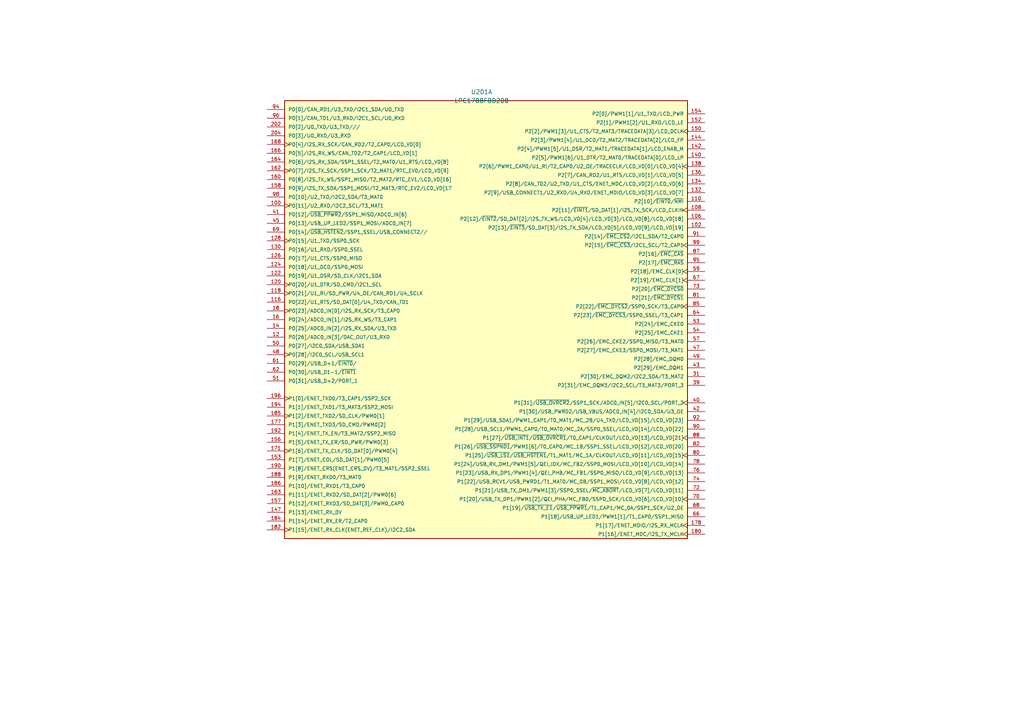
<source format=kicad_sch>
(kicad_sch (version 20231120) (generator "eeschema") (generator_version "8.0")
  (paper "A4")
  (lib_symbols
    (symbol "_MCU_NXP_LPC:LPC1788FBD208" (pin_names (offset 1.016))
      (property "Reference" "U" (at -31.8612 64.8509 0))
      (property "Value" "LPC1788FBD208" (at -31.8793 -62.3318 0))
      (symbol "LPC1788FBD208_1_0"
        (rectangle (start -57.15 62.23) (end 59.69 -64.77) (stroke (width 0.254)) (fill (type background)))
        (pin bidirectional clock (at -62.23 31.75 0) (length 5.08) (name "P0[11]/U2_RXD/I2C2_SCL/T3_MAT1") (number "100"))
        (pin bidirectional line (at 64.77 25.4 180) (length 5.08) (name "P2[13]/~{EINT3}/SD_DAT[3]/I2S_TX_SDA/LCD_VD[5]/LCD_VD[9]/LCD_VD[19]") (number "102"))
        (pin bidirectional line (at 64.77 27.94 180) (length 5.08) (name "P2[12]/~{EINT2}/SD_DAT[2]/I2S_TX_WS/LCD_VD[4]/LCD_VD[3]/LCD_VD[8]/LCD_VD[18]") (number "106"))
        (pin bidirectional clock (at 64.77 30.48 180) (length 5.08) (name "P2[11]/~{EINT1}/SD_DAT[1]/I2S_TX_SCK/LCD_CLKIN") (number "108"))
        (pin bidirectional line (at 64.77 33.02 180) (length 5.08) (name "P2[10]/~{EINT0}/~{NMI}") (number "110"))
        (pin bidirectional line (at -62.23 3.81 0) (length 5.08) (name "P0[22]/U1_RTS/SD_DAT[0]/U4_TXD/CAN_TD1") (number "116"))
        (pin bidirectional clock (at -62.23 6.35 0) (length 5.08) (name "P0[21]/U1_RI/SD_PWR/U4_OE/CAN_RD1/U4_SCLK") (number "118"))
        (pin bidirectional line (at -62.23 -6.35 0) (length 5.08) (name "P0[26]/ADC0_IN[3]/DAC_OUT/U3_RXD") (number "12"))
        (pin bidirectional clock (at -62.23 8.89 0) (length 5.08) (name "P0[20]/U1_DTR/SD_CMD/I2C1_SCL") (number "120"))
        (pin bidirectional line (at -62.23 11.43 0) (length 5.08) (name "P0[19]/U1_DSR/SD_CLK/I2C1_SDA") (number "122"))
        (pin bidirectional line (at -62.23 13.97 0) (length 5.08) (name "P0[18]/U1_DCD/SSP0_MOSI") (number "124"))
        (pin bidirectional line (at -62.23 16.51 0) (length 5.08) (name "P0[17]/U1_CTS/SSP0_MISO") (number "126"))
        (pin bidirectional clock (at -62.23 21.59 0) (length 5.08) (name "P0[15]/U1_TXD/SSP0_SCK") (number "128"))
        (pin bidirectional line (at -62.23 19.05 0) (length 5.08) (name "P0[16]/U1_RXD/SSP0_SSEL") (number "130"))
        (pin bidirectional line (at 64.77 35.56 180) (length 5.08) (name "P2[9]/USB_CONNECT1/U2_RXD/U4_RXD/ENET_MDIO/LCD_VD[3]/LCD_VD[7]") (number "132"))
        (pin bidirectional line (at 64.77 38.1 180) (length 5.08) (name "P2[8]/CAN_TD2/U2_TXD/U1_CTS/ENET_MDC/LCD_VD[2]/LCD_VD[6]") (number "134"))
        (pin bidirectional line (at 64.77 40.64 180) (length 5.08) (name "P2[7]/CAN_RD2/U1_RTS/LCD_VD[1]/LCD_VD[5]") (number "136"))
        (pin bidirectional clock (at 64.77 43.18 180) (length 5.08) (name "P2[6]/PWM1_CAP0/U1_RI/T2_CAP0/U2_OE/TRACECLK/LCD_VD[0]/LCD_VD[4]") (number "138"))
        (pin bidirectional line (at -62.23 -3.81 0) (length 5.08) (name "P0[25]/ADC0_IN[2]/I2S_RX_SDA/U3_TXD") (number "14"))
        (pin bidirectional line (at 64.77 45.72 180) (length 5.08) (name "P2[5]/PWM1[6]/U1_DTR/T2_MAT0/TRACEDATA[0]/LCD_LP") (number "140"))
        (pin bidirectional line (at 64.77 48.26 180) (length 5.08) (name "P2[4]/PWM1[5]/U1_DSR/T2_MAT1/TRACEDATA[1]/LCD_ENAB_M") (number "142"))
        (pin bidirectional line (at 64.77 50.8 180) (length 5.08) (name "P2[3]/PWM1[4]/U1_DCD/T2_MAT2/TRACEDATA[2]/LCD_FP") (number "144"))
        (pin bidirectional line (at -62.23 -57.15 0) (length 5.08) (name "P1[13]/ENET_RX_DV") (number "147"))
        (pin bidirectional clock (at 64.77 53.34 180) (length 5.08) (name "P2[2]/PWM1[3]/U1_CTS/T2_MAT3/TRACEDATA[3]/LCD_DCLK") (number "150"))
        (pin bidirectional line (at 64.77 55.88 180) (length 5.08) (name "P2[1]/PWM1[2]/U1_RXD/LCD_LE") (number "152"))
        (pin bidirectional line (at -62.23 -41.91 0) (length 5.08) (name "P1[7]/ENET_COL/SD_DAT[1]/PWM0[5]") (number "153"))
        (pin bidirectional line (at 64.77 58.42 180) (length 5.08) (name "P2[0]/PWM1[1]/U1_TXD/LCD_PWR") (number "154"))
        (pin bidirectional line (at -62.23 -36.83 0) (length 5.08) (name "P1[5]/ENET_TX_ER/SD_PWR/PWM0[3]") (number "156"))
        (pin bidirectional line (at -62.23 -54.61 0) (length 5.08) (name "P1[12]/ENET_RXD3/SD_DAT[3]/PWM0_CAP0") (number "157"))
        (pin bidirectional line (at -62.23 36.83 0) (length 5.08) (name "P0[9]/I2S_TX_SDA/SSP1_MOSI/T2_MAT3/RTC_EV2/LCD_VD[17") (number "158"))
        (pin bidirectional line (at -62.23 -1.27 0) (length 5.08) (name "P0[24]/ADC0_IN[1]/I2S_RX_WS/T3_CAP1") (number "16"))
        (pin bidirectional line (at -62.23 39.37 0) (length 5.08) (name "P0[8]/I2S_TX_WS/SSP1_MISO/T2_MAT2/RTC_EV1/LCD_VD[16]") (number "160"))
        (pin bidirectional clock (at -62.23 41.91 0) (length 5.08) (name "P0[7]/I2S_TX_SCK/SSP1_SCK/T2_MAT1/RTC_EV0/LCD_VD[9]") (number "162"))
        (pin bidirectional line (at -62.23 -52.07 0) (length 5.08) (name "P1[11]/ENET_RXD2/SD_DAT[2]/PWM0[6]") (number "163"))
        (pin bidirectional line (at -62.23 44.45 0) (length 5.08) (name "P0[6]/I2S_RX_SDA/SSP1_SSEL/T2_MAT0/U1_RTS/LCD_VD[8]") (number "164"))
        (pin bidirectional line (at -62.23 46.99 0) (length 5.08) (name "P0[5]/I2S_RX_WS/CAN_TD2/T2_CAP1/LCD_VD[1]") (number "166"))
        (pin bidirectional clock (at -62.23 49.53 0) (length 5.08) (name "P0[4]/I2S_RX_SCK/CAN_RD2/T2_CAP0/LCD_VD[0]") (number "168"))
        (pin bidirectional clock (at -62.23 -39.37 0) (length 5.08) (name "P1[6]/ENET_TX_CLK/SD_DAT[0]/PWM0[4]") (number "171"))
        (pin bidirectional line (at -62.23 -31.75 0) (length 5.08) (name "P1[3]/ENET_TXD3/SD_CMD/PWM0[2]") (number "177"))
        (pin bidirectional clock (at 64.77 -60.96 180) (length 5.08) (name "P1[17]/ENET_MDIO/I2S_RX_MCLK") (number "178"))
        (pin bidirectional clock (at -62.23 1.27 0) (length 5.08) (name "P0[23]/ADC0_IN[0]/I2S_RX_SCK/T3_CAP0") (number "18"))
        (pin bidirectional clock (at 64.77 -63.5 180) (length 5.08) (name "P1[16]/ENET_MDC/I2S_TX_MCLK") (number "180"))
        (pin bidirectional clock (at -62.23 -62.23 0) (length 5.08) (name "P1[15]/ENET_RX_CLK(ENET_REF_CLK)/I2C2_SDA") (number "182"))
        (pin bidirectional line (at -62.23 -59.69 0) (length 5.08) (name "P1[14]/ENET_RX_ER/T2_CAP0") (number "184"))
        (pin bidirectional clock (at -62.23 -29.21 0) (length 5.08) (name "P1[2]/ENET_TXD2/SD_CLK/PWM0[1]") (number "185"))
        (pin bidirectional line (at -62.23 -49.53 0) (length 5.08) (name "P1[10]/ENET_RXD1/T3_CAP0") (number "186"))
        (pin bidirectional line (at -62.23 -46.99 0) (length 5.08) (name "P1[9]/ENET_RXD0/T3_MAT0") (number "188"))
        (pin bidirectional line (at -62.23 -44.45 0) (length 5.08) (name "P1[8]/ENET_CRS(ENET_CRS_DV)/T3_MAT1/SSP2_SSEL") (number "190"))
        (pin bidirectional line (at -62.23 -34.29 0) (length 5.08) (name "P1[4]/ENET_TX_EN/T3_MAT2/SSP2_MISO") (number "192"))
        (pin bidirectional line (at -62.23 -26.67 0) (length 5.08) (name "P1[1]/ENET_TXD1/T3_MAT3/SSP2_MOSI") (number "194"))
        (pin bidirectional clock (at -62.23 -24.13 0) (length 5.08) (name "P1[0]/ENET_TXD0/T3_CAP1/SSP2_SCK") (number "196"))
        (pin bidirectional line (at -62.23 54.61 0) (length 5.08) (name "P0[2]/U0_TXD/U3_TXD///") (number "202"))
        (pin bidirectional line (at -62.23 52.07 0) (length 5.08) (name "P0[3]/U0_RXD/U3_RXD") (number "204"))
        (pin bidirectional line (at 64.77 -17.78 180) (length 5.08) (name "P2[30]/EMC_DQM2/I2C2_SDA/T3_MAT2") (number "31"))
        (pin bidirectional line (at 64.77 -20.32 180) (length 5.08) (name "P2[31]/EMC_DQM3/I2C2_SCL/T3_MAT3/PORT_3") (number "39"))
        (pin bidirectional clock (at 64.77 -25.4 180) (length 5.08) (name "P1[31]/~{USB_OVRCR2}/SSP1_SCK/ADC0_IN[5]/I2C0_SCL/PORT_2") (number "40"))
        (pin bidirectional line (at -62.23 29.21 0) (length 5.08) (name "P0[12]/~{USB_PPWR2}/SSP1_MISO/ADC0_IN[6]") (number "41"))
        (pin bidirectional line (at 64.77 -27.94 180) (length 5.08) (name "P1[30]/USB_PWRD2/USB_VBUS/ADC0_IN[4]/I2C0_SDA/U3_OE") (number "42"))
        (pin bidirectional line (at 64.77 -15.24 180) (length 5.08) (name "P2[29]/EMC_DQM1") (number "43"))
        (pin bidirectional line (at -62.23 26.67 0) (length 5.08) (name "P0[13]/USB_UP_LED2/SSP1_MOSI/ADC0_IN[7]") (number "45"))
        (pin bidirectional line (at 64.77 -10.16 180) (length 5.08) (name "P2[27]/EMC_CKE3/SSP0_MOSI/T3_MAT1") (number "47"))
        (pin bidirectional clock (at -62.23 -11.43 0) (length 5.08) (name "P0[28]/I2C0_SCL/USB_SCL1") (number "48"))
        (pin bidirectional line (at 64.77 -12.7 180) (length 5.08) (name "P2[28]/EMC_DQM0") (number "49"))
        (pin bidirectional line (at -62.23 -8.89 0) (length 5.08) (name "P0[27]/I2C0_SDA/USB_SDA1") (number "50"))
        (pin bidirectional line (at -62.23 -19.05 0) (length 5.08) (name "P0[31]/USB_D+2/PORT_1") (number "51"))
        (pin bidirectional line (at 64.77 -2.54 180) (length 5.08) (name "P2[24]/EMC_CKE0") (number "53"))
        (pin bidirectional line (at 64.77 -5.08 180) (length 5.08) (name "P2[25]/EMC_CKE1") (number "54"))
        (pin bidirectional line (at 64.77 -7.62 180) (length 5.08) (name "P2[26]/EMC_CKE2/SSP0_MISO/T3_MAT0") (number "57"))
        (pin bidirectional clock (at 64.77 12.7 180) (length 5.08) (name "P2[18]/EMC_CLK[0]") (number "59"))
        (pin bidirectional line (at -62.23 -13.97 0) (length 5.08) (name "P0[29]/USB_D+1/~{EINT0}/") (number "61"))
        (pin bidirectional line (at -62.23 -16.51 0) (length 5.08) (name "P0[30]/USB_D1-1/~{EINT1}") (number "62"))
        (pin bidirectional line (at 64.77 0 180) (length 5.08) (name "P2[23]/~{EMC_DYCS3}/SSP0_SSEL/T3_CAP1") (number "64"))
        (pin bidirectional line (at 64.77 -58.42 180) (length 5.08) (name "P1[18]/USB_UP_LED1/PWM1[1]/T1_CAP0/SSP1_MISO") (number "66"))
        (pin bidirectional clock (at 64.77 10.16 180) (length 5.08) (name "P2[19]/EMC_CLK[1]") (number "67"))
        (pin bidirectional line (at 64.77 -55.88 180) (length 5.08) (name "P1[19]/~{USB_TX_E1}/~{USB_PPWR1}/T1_CAP1/MC_0A/SSP1_SCK/U2_OE") (number "68"))
        (pin bidirectional line (at -62.23 24.13 0) (length 5.08) (name "P0[14]/~{USB_HSTEN2}/SSP1_SSEL/USB_CONNECT2//") (number "69"))
        (pin bidirectional clock (at 64.77 -53.34 180) (length 5.08) (name "P1[20]/USB_TX_DP1/PWM1[2]/QEI_PHA/MC_FB0/SSP0_SCK/LCD_VD[6]/LCD_VD[10]") (number "70"))
        (pin bidirectional line (at 64.77 -50.8 180) (length 5.08) (name "P1[21]/USB_TX_DM1/PWM1[3]/SSP0_SSEL/~{MC_ABORT}/LCD_VD[7]/LCD_VD[11]") (number "72"))
        (pin bidirectional line (at 64.77 7.62 180) (length 5.08) (name "P2[20]/~{EMC_DYCS0}") (number "73"))
        (pin bidirectional line (at 64.77 -48.26 180) (length 5.08) (name "P1[22]/USB_RCV1/USB_PWRD1/T1_MAT0/MC_0B/SSP1_MOSI/LCD_VD[8]/LCD_VD[12]") (number "74"))
        (pin bidirectional line (at 64.77 -45.72 180) (length 5.08) (name "P1[23]/USB_RX_DP1/PWM1[4]/QEI_PHB/MC_FB1/SSP0_MISO/LCD_VD[9]/LCD_VD[13]") (number "76"))
        (pin bidirectional line (at 64.77 -43.18 180) (length 5.08) (name "P1[24]/USB_RX_DM1/PWM1[5]/QEI_IDX/MC_FB2/SSP0_MOSI/LCD_VD[10]/LCD_VD[14]") (number "78"))
        (pin bidirectional clock (at 64.77 -40.64 180) (length 5.08) (name "P1[25]/~{USB_LS1}/~{USB_HSTEN1}/T1_MAT1/MC_1A/CLKOUT/LCD_VD[11]/LCD_VD[15]") (number "80"))
        (pin bidirectional line (at 64.77 5.08 180) (length 5.08) (name "P2[21]/~{EMC_DYCS1}") (number "81"))
        (pin bidirectional line (at 64.77 -38.1 180) (length 5.08) (name "P1[26]/~{USB_SSPND1}/PWM1[6]/T0_CAP0/MC_1B/SSP1_SSEL/LCD_VD[12]/LCD_VD[20]") (number "82"))
        (pin bidirectional clock (at 64.77 2.54 180) (length 5.08) (name "P2[22]/~{EMC_DYCS2}/SSP0_SCK/T3_CAP0") (number "85"))
        (pin bidirectional line (at 64.77 17.78 180) (length 5.08) (name "P2[16]/~{EMC_CAS}") (number "87"))
        (pin bidirectional clock (at 64.77 -35.56 180) (length 5.08) (name "P1[27]/~{USB_INT1}/~{USB_OVRCR1}/T0_CAP1/CLKOUT/LCD_VD[13]/LCD_VD[21]") (number "88"))
        (pin bidirectional line (at 64.77 -33.02 180) (length 5.08) (name "P1[28]/USB_SCL1/PWM1_CAP0/T0_MAT0/MC_2A/SSP0_SSEL/LCD_VD[14]/LCD_VD[22]") (number "90"))
        (pin bidirectional line (at 64.77 22.86 180) (length 5.08) (name "P2[14]/~{EMC_CS2}/I2C1_SDA/T2_CAP0") (number "91"))
        (pin bidirectional line (at 64.77 -30.48 180) (length 5.08) (name "P1[29]/USB_SDA1/PWM1_CAP1/T0_MAT1/MC_2B/U4_TXD/LCD_VD[15]/LCD_VD[23]") (number "92"))
        (pin bidirectional line (at -62.23 59.69 0) (length 5.08) (name "P0[0]/CAN_RD1/U3_TXD/I2C1_SDA/U0_TXD") (number "94"))
        (pin bidirectional line (at 64.77 15.24 180) (length 5.08) (name "P2[17]/~{EMC_RAS}") (number "95"))
        (pin bidirectional line (at -62.23 57.15 0) (length 5.08) (name "P0[1]/CAN_TD1/U3_RXD/I2C1_SCL/U0_RXD") (number "96"))
        (pin bidirectional line (at -62.23 34.29 0) (length 5.08) (name "P0[10]/U2_TXD/I2C2_SDA/T3_MAT0") (number "98"))
        (pin bidirectional clock (at 64.77 20.32 180) (length 5.08) (name "P2[15]/~{EMC_CS3}/I2C1_SCL/T2_CAP1") (number "99"))
      )
      (symbol "LPC1788FBD208_2_0"
        (rectangle (start -24.13 52.07) (end 73.66 -46.99) (stroke (width 0.254)) (fill (type background)))
        (pin bidirectional line (at -29.21 19.05 0) (length 5.08) (name "P3[12]/EMC_D[12]") (number "1"))
        (pin bidirectional line (at 78.74 8.89 180) (length 5.08) (name "P4[16]/EMC_A[16]") (number "101"))
        (pin bidirectional line (at 78.74 39.37 180) (length 5.08) (name "P4[4]/EMC_A[4]") (number "103"))
        (pin bidirectional line (at 78.74 6.35 180) (length 5.08) (name "P4[17]/EMC_A[17]") (number "104"))
        (pin bidirectional line (at 78.74 3.81 180) (length 5.08) (name "P4[18]/EMC_A[18]") (number "105"))
        (pin bidirectional line (at 78.74 36.83 180) (length 5.08) (name "P4[5]/EMC_A[5]") (number "107"))
        (pin bidirectional clock (at 78.74 -1.27 180) (length 5.08) (name "P4[20]/EMC_A[20]/I2C2_SDA/SSP1_SCK") (number "109"))
        (pin bidirectional line (at -29.21 -24.13 0) (length 5.08) (name "P3[29]/EMC_D[29]/PWM1[6]/T1_MAT0") (number "11"))
        (pin bidirectional line (at 78.74 1.27 180) (length 5.08) (name "P4[19]/EMC_A[19]") (number "111"))
        (pin bidirectional line (at 78.74 34.29 180) (length 5.08) (name "P4[6]/EMC_A[6]") (number "113"))
        (pin bidirectional line (at 78.74 -3.81 180) (length 5.08) (name "P4[21]/EMC_A[21]/I2C2_SCL/SSP1_SSEL") (number "115"))
        (pin bidirectional line (at 78.74 -39.37 180) (length 5.08) (name "P5[2]/T3_MAT2/I2C0_SDA") (number "117"))
        (pin bidirectional line (at 78.74 -16.51 180) (length 5.08) (name "P4[26]/~{EMC_BLS0}") (number "119"))
        (pin bidirectional line (at 78.74 31.75 180) (length 5.08) (name "P4[7]/EMC_A[7]") (number "121"))
        (pin bidirectional line (at 78.74 -6.35 180) (length 5.08) (name "P4[22]/EMC_A[22]/U2_TXD/SSP1_MISO") (number "123"))
        (pin bidirectional line (at 78.74 29.21 180) (length 5.08) (name "P4[8]/EMC_A[8]") (number "127"))
        (pin bidirectional line (at 78.74 -8.89 180) (length 5.08) (name "P4[23]/EMC_A[23]/U2_RXD/SSP1_MOSI") (number "129"))
        (pin bidirectional line (at -29.21 39.37 0) (length 5.08) (name "P3[4]/EMC_D[4]") (number "13"))
        (pin bidirectional line (at 78.74 26.67 180) (length 5.08) (name "P4[9]/EMC_A[9]") (number "131"))
        (pin bidirectional line (at 78.74 24.13 180) (length 5.08) (name "P4[10]/EMC_A[10]") (number "135"))
        (pin bidirectional line (at -29.21 8.89 0) (length 5.08) (name "P3[16]/EMC_D[16]/PWM0[1]/U1_TXD") (number "137"))
        (pin bidirectional line (at 78.74 -19.05 180) (length 5.08) (name "P4[27]/~{EMC_BLS1}") (number "139"))
        (pin bidirectional clock (at 78.74 -41.91 180) (length 5.08) (name "P5[3]/U4_RXD/I2C0_SCL") (number "141"))
        (pin bidirectional line (at -29.21 6.35 0) (length 5.08) (name "P3[17]/EMC_D[17]/PWM0[2]/U1_RXD") (number "143"))
        (pin bidirectional line (at 78.74 21.59 180) (length 5.08) (name "P4[11]/EMC_A[11]") (number "145"))
        (pin bidirectional line (at 78.74 19.05 180) (length 5.08) (name "P4[12]/EMC_A[12]") (number "149"))
        (pin bidirectional line (at -29.21 3.81 0) (length 5.08) (name "P3[18]/EMC_D[18]/PWM0[3]/U1_CTS") (number "151"))
        (pin bidirectional line (at 78.74 16.51 180) (length 5.08) (name "P4[13]/EMC_A[13]") (number "155"))
        (pin bidirectional line (at 78.74 13.97 180) (length 5.08) (name "P4[14]/EMC_A[14]") (number "159"))
        (pin bidirectional line (at -29.21 1.27 0) (length 5.08) (name "P3[19]/EMC_D[19]/PWM0[4]/U1_DCD") (number "161"))
        (pin bidirectional line (at -29.21 -1.27 0) (length 5.08) (name "P3[20]/EMC_D[20]/PWM0[5]/U1_DSR") (number "167"))
        (pin bidirectional line (at -29.21 36.83 0) (length 5.08) (name "P3[5]/EMC_D[5]") (number "17"))
        (pin bidirectional line (at 78.74 -21.59 180) (length 5.08) (name "P4[28]/~{EMC_BLS2}/U3_TXD/T2_MAT0/LCD_VD[6]/LCD_VD[10]/LCD_VD[2]") (number "170"))
        (pin bidirectional line (at 78.74 11.43 180) (length 5.08) (name "P4[15]/EMC_A[15]") (number "173"))
        (pin bidirectional line (at -29.21 -3.81 0) (length 5.08) (name "P3[21]/EMC_D[21]/PWM0[6]/U1_DTR") (number "175"))
        (pin bidirectional clock (at 78.74 -24.13 180) (length 5.08) (name "P4[29]/~{EMC_BLS3}/U3_RXD/T2_MAT1/I2C2_SCL/LCD_VD[7]/LCD_VD[11]/LCD_VD[3]") (number "176"))
        (pin bidirectional line (at 78.74 -13.97 180) (length 5.08) (name "P4[25]/~{EMC_WE}") (number "179"))
        (pin bidirectional line (at 78.74 -11.43 180) (length 5.08) (name "P4[24]/~{EMC_OE}") (number "183"))
        (pin bidirectional line (at 78.74 -26.67 180) (length 5.08) (name "P4[30]/~{EMC_CS0}") (number "187"))
        (pin bidirectional line (at -29.21 -26.67 0) (length 5.08) (name "P3[30]/EMC_D[30]/U1_RTS/T1_MAT1") (number "19"))
        (pin bidirectional line (at -29.21 29.21 0) (length 5.08) (name "P3[8]/EMC_D[8]") (number "191"))
        (pin bidirectional line (at 78.74 -29.21 180) (length 5.08) (name "P4[31]/EMC_CS1/PORT_5") (number "193"))
        (pin bidirectional line (at -29.21 -6.35 0) (length 5.08) (name "P3[22]/EMC_D[22]/PWM0_CAP0/U1_RI") (number "195"))
        (pin bidirectional line (at -29.21 49.53 0) (length 5.08) (name "P3[0]/EMC_D[0]") (number "197"))
        (pin bidirectional line (at -29.21 26.67 0) (length 5.08) (name "P3[9]/EMC_D[9]") (number "199"))
        (pin bidirectional line (at -29.21 46.99 0) (length 5.08) (name "P3[1]EMC_D[1]") (number "201"))
        (pin bidirectional line (at -29.21 -19.05 0) (length 5.08) (name "P3[27]/EMC_D[27]/PWM1[4]/T1_CAP0") (number "203"))
        (pin bidirectional line (at -29.21 24.13 0) (length 5.08) (name "P3[10]/EMC_D[10]") (number "205"))
        (pin bidirectional line (at 78.74 -44.45 180) (length 5.08) (name "P5[4]/U0_OE/T3_MAT3/U4_TXD") (number "206"))
        (pin bidirectional line (at -29.21 44.45 0) (length 5.08) (name "P3[2]/EMC_D[2]") (number "207"))
        (pin bidirectional line (at -29.21 21.59 0) (length 5.08) (name "P3[11]/EMC_D[11]") (number "208"))
        (pin bidirectional line (at -29.21 13.97 0) (length 5.08) (name "P3[14]/EMC_D[14]") (number "21"))
        (pin bidirectional line (at -29.21 34.29 0) (length 5.08) (name "P3[6]/EMC_D[6]") (number "23"))
        (pin bidirectional line (at -29.21 -29.21 0) (length 5.08) (name "P3[31]/EMC_D[31]/T1_MAT2/PORT_4") (number "25"))
        (pin bidirectional line (at -29.21 31.75 0) (length 5.08) (name "P3[7]/EMC_D[7]") (number "27"))
        (pin bidirectional line (at -29.21 11.43 0) (length 5.08) (name "P3[15]/EMC_D[15]") (number "28"))
        (pin bidirectional line (at -29.21 41.91 0) (length 5.08) (name "P3[3]/EMC_D[3]") (number "3"))
        (pin bidirectional line (at 78.74 -36.83 180) (length 5.08) (name "P5[1]/EMC_A[25]/SSP2_MISO/T2_MAT3") (number "30"))
        (pin bidirectional line (at -29.21 -21.59 0) (length 5.08) (name "P3[28]/EMC_D[28]/PWM1[5]/T1_CAP1") (number "5"))
        (pin bidirectional clock (at -29.21 -16.51 0) (length 5.08) (name "P3[26]/EMC_D[26]/PWM1[3]/T0_MAT1/STCLK") (number "55"))
        (pin bidirectional line (at -29.21 -13.97 0) (length 5.08) (name "P3[25]/EMC_D[25]/PWM1[2]/T0_MAT0") (number "56"))
        (pin bidirectional line (at -29.21 -11.43 0) (length 5.08) (name "P3[24]/EMC_D[24]/PWM1[1]/T0_CAP1") (number "58"))
        (pin bidirectional line (at -29.21 -8.89 0) (length 5.08) (name "P3[23]/EMC_D[23]/PWM1_CAP0/T0_CAP0") (number "65"))
        (pin bidirectional line (at -29.21 16.51 0) (length 5.08) (name "P3[13]/EMC_D[13]") (number "7"))
        (pin bidirectional line (at 78.74 49.53 180) (length 5.08) (name "P4[0]/EMC_A[0]") (number "75"))
        (pin bidirectional line (at 78.74 46.99 180) (length 5.08) (name "P4[1]/EMC_A[1]") (number "79"))
        (pin bidirectional line (at 78.74 44.45 180) (length 5.08) (name "P4[2]/EMC_A[2]") (number "83"))
        (pin bidirectional line (at 78.74 -34.29 180) (length 5.08) (name "P5[0]/EMC_A[24]/SSP2_MOSI/T2_MAT2") (number "9"))
        (pin bidirectional line (at 78.74 41.91 180) (length 5.08) (name "P4[3]/EMC_A[3]") (number "97"))
      )
      (symbol "LPC1788FBD208_3_0"
        (rectangle (start 3.81 -26.67) (end 46.99 24.13) (stroke (width 0.254)) (fill (type background)))
        (pin input clock (at -1.27 -1.27 0) (length 5.08) (name "JTAG_TCK(SWDCLK)") (number "10"))
        (pin power_in line (at 52.07 19.05 180) (length 5.08) (name "VDD(3V3)") (number "112"))
        (pin power_in line (at 52.07 -19.05 180) (length 5.08) (name "VSS") (number "114"))
        (pin power_in line (at 52.07 19.05 180) (length 5.08) (name "VDD(3V3)") (number "125"))
        (pin power_in line (at 52.07 -19.05 180) (length 5.08) (name "VSS") (number "133"))
        (pin power_in line (at 52.07 19.05 180) (length 5.08) (name "VDD(3V3)") (number "146"))
        (pin power_in line (at 52.07 -19.05 180) (length 5.08) (name "VSS") (number "148"))
        (pin power_in line (at 52.07 19.05 180) (length 5.08) (name "VDD(3V3)") (number "15"))
        (pin power_in line (at 52.07 19.05 180) (length 5.08) (name "VDD(3V3)") (number "165"))
        (pin power_in line (at 52.07 -19.05 180) (length 5.08) (name "VSS") (number "169"))
        (pin power_in line (at 52.07 -24.13 180) (length 5.08) (name "VSSREG") (number "172"))
        (pin power_in line (at 52.07 21.59 180) (length 5.08) (name "VDD(REG)(3V3)") (number "174"))
        (pin power_in line (at 52.07 19.05 180) (length 5.08) (name "VDD(3V3)") (number "181"))
        (pin power_in line (at 52.07 -19.05 180) (length 5.08) (name "VSS") (number "189"))
        (pin power_in line (at 52.07 19.05 180) (length 5.08) (name "VDD(3V3)") (number "198"))
        (pin output line (at 52.07 6.35 180) (length 5.08) (name "JTAG_TDO(SWO)") (number "2"))
        (pin power_in line (at 52.07 16.51 180) (length 5.08) (name "VDDA") (number "20"))
        (pin power_in line (at 52.07 -19.05 180) (length 5.08) (name "VSS") (number "200"))
        (pin power_in line (at 52.07 -21.59 180) (length 5.08) (name "VSSA") (number "22"))
        (pin power_in line (at 52.07 13.97 180) (length 5.08) (name "VREFP") (number "24"))
        (pin power_in line (at 52.07 21.59 180) (length 5.08) (name "VDD(REG)(3V3)") (number "26"))
        (pin output line (at 52.07 8.89 180) (length 5.08) (name "~{RSTOUT}") (number "29"))
        (pin power_in line (at 52.07 -24.13 180) (length 5.08) (name "VSSREG") (number "32"))
        (pin power_in line (at 52.07 -19.05 180) (length 5.08) (name "VSS") (number "33"))
        (pin input line (at -1.27 -3.81 0) (length 5.08) (name "RTCX1") (number "34"))
        (pin input line (at -1.27 8.89 0) (length 5.08) (name "~{RESET}") (number "35"))
        (pin output line (at 52.07 -3.81 180) (length 5.08) (name "RTCX2") (number "36"))
        (pin output line (at 52.07 3.81 180) (length 5.08) (name "RTC_ALARM") (number "37"))
        (pin input line (at -1.27 -8.89 0) (length 5.08) (name "VBAT") (number "38"))
        (pin input line (at -1.27 6.35 0) (length 5.08) (name "JTAG_TDI") (number "4"))
        (pin input line (at -1.27 -6.35 0) (length 5.08) (name "XTAL1") (number "44"))
        (pin output line (at 52.07 -6.35 180) (length 5.08) (name "XTAL2") (number "46"))
        (pin bidirectional line (at -1.27 -13.97 0) (length 5.08) (name "USB_D-2") (number "52"))
        (pin input line (at -1.27 3.81 0) (length 5.08) (name "JTAG_TMS(SWDIO)") (number "6"))
        (pin power_in line (at 52.07 19.05 180) (length 5.08) (name "VDD(3V3)") (number "60"))
        (pin power_in line (at 52.07 -19.05 180) (length 5.08) (name "VSS") (number "63"))
        (pin power_in line (at 52.07 19.05 180) (length 5.08) (name "VDD(3V3)") (number "71"))
        (pin power_in line (at 52.07 -19.05 180) (length 5.08) (name "VSS") (number "77"))
        (pin input line (at -1.27 1.27 0) (length 5.08) (name "JTAG_~{TRST}") (number "8"))
        (pin power_in line (at 52.07 -24.13 180) (length 5.08) (name "VSSREG") (number "84"))
        (pin power_in line (at 52.07 21.59 180) (length 5.08) (name "VDD(REG)(3V3)") (number "86"))
        (pin power_in line (at 52.07 19.05 180) (length 5.08) (name "VDD(3V3)") (number "89"))
        (pin power_in line (at 52.07 -19.05 180) (length 5.08) (name "VSS") (number "93"))
      )
    )
  )
  (symbol (lib_id "_MCU_NXP_LPC:LPC1788FBD208") (at 139.7 91.44 0) (unit 1)
    (property "Reference" "U201" (at 139.7 26.67 0))
    (property "Value" "LPC1788FBD208" (at 139.7 29.21 0))
    (property "Footprint" "LPC1788FBD208:QFP50P3000X3000X160-208N" (effects (hide yes)))
    (property "MF" "NXP USA" (effects (hide yes)))
    (property "Description_1" "\nARM® Cortex®-M3 LPC17xx Microcontroller IC 32-Bit 120MHz 512KB (512K x 8) FLASH 208-LQFP (28x28)\n" (effects (hide yes)))
    (property "Package" "QFP-208 NXP" (effects (hide yes)))
    (property "Price" "None" (effects (hide yes)))
    (property "Check_prices" "https://www.snapeda.com/parts/LPC1788FBD208/NXP+USA+Inc./view-part/?ref=eda" (effects (hide yes)))
    (property "STANDARD" "IPC-7351B" (effects (hide yes)))
    (property "PARTREV" "4.1" (effects (hide yes)))
    (property "SnapEDA_Link" "https://www.snapeda.com/parts/LPC1788FBD208/NXP+USA+Inc./view-part/?ref=snap" (effects (hide yes)))
    (property "MP" "LPC1788FBD208" (effects (hide yes)))
    (property "Availability" "Not in stock" (effects (hide yes)))
    (property "MANUFACTURER" "NXP" (effects (hide yes)))
  )
)
</source>
